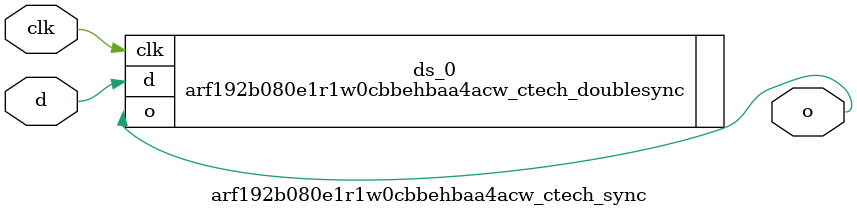
<source format=sv>

`ifndef ARF192B080E1R1W0CBBEHBAA4ACW_CTECH_SYNC_SV
`define ARF192B080E1R1W0CBBEHBAA4ACW_CTECH_SYNC_SV

module arf192b080e1r1w0cbbehbaa4acw_ctech_sync (
  input  logic  clk,
  input  logic  d,

  output logic  o
);

  arf192b080e1r1w0cbbehbaa4acw_ctech_doublesync ds_0 (.o(o), .d(d), .clk(clk));

endmodule // arf192b080e1r1w0cbbehbaa4acw_ctech_sync

`endif // ARF192B080E1R1W0CBBEHBAA4ACW_CTECH_SYNC_SV
</source>
